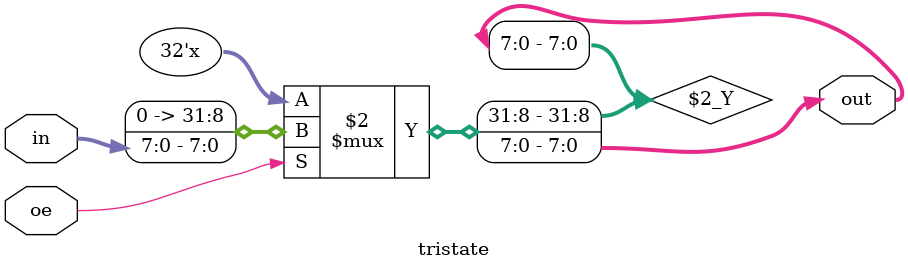
<source format=v>
module tristate(oe,in,out);
	input oe;
	input [7:0]in;
	output [7:0]out ;
	
	assign out = oe? in : 'bz;
endmodule
</source>
